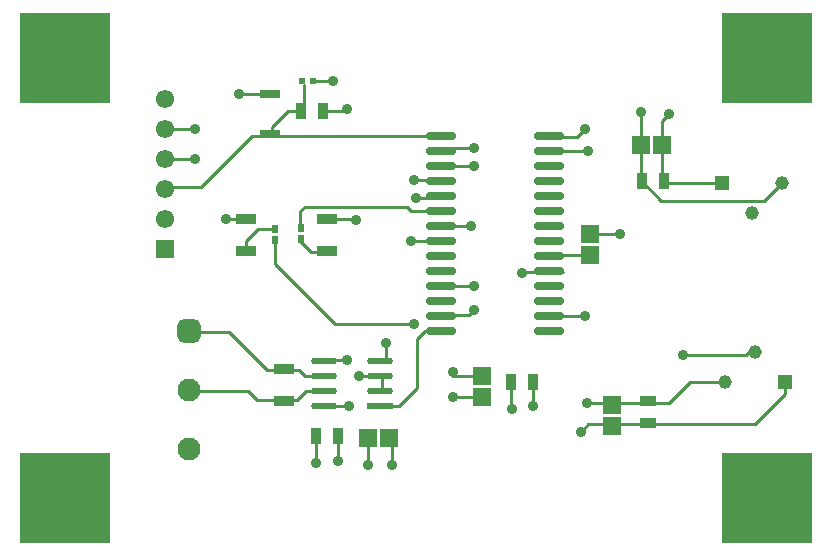
<source format=gtl>
G04*
G04 #@! TF.GenerationSoftware,Altium Limited,Altium Designer,24.9.1 (31)*
G04*
G04 Layer_Physical_Order=1*
G04 Layer_Color=255*
%FSLAX44Y44*%
%MOMM*%
G71*
G04*
G04 #@! TF.SameCoordinates,75EA1287-3778-4008-B1FA-0AB461243C17*
G04*
G04*
G04 #@! TF.FilePolarity,Positive*
G04*
G01*
G75*
%ADD16R,0.9500X1.4000*%
%ADD17R,1.5562X1.5046*%
%ADD18R,1.5046X1.5562*%
%ADD19O,2.6000X0.7000*%
G04:AMPARAMS|DCode=20|XSize=2.1692mm|YSize=0.5821mm|CornerRadius=0.2911mm|HoleSize=0mm|Usage=FLASHONLY|Rotation=180.000|XOffset=0mm|YOffset=0mm|HoleType=Round|Shape=RoundedRectangle|*
%AMROUNDEDRECTD20*
21,1,2.1692,0.0000,0,0,180.0*
21,1,1.5870,0.5821,0,0,180.0*
1,1,0.5821,-0.7935,0.0000*
1,1,0.5821,0.7935,0.0000*
1,1,0.5821,0.7935,0.0000*
1,1,0.5821,-0.7935,0.0000*
%
%ADD20ROUNDEDRECTD20*%
%ADD21R,2.1692X0.5821*%
%ADD22R,0.5000X0.7000*%
%ADD23R,0.5654X0.5725*%
%ADD24R,1.7000X0.8000*%
%ADD25R,1.7000X0.9500*%
%ADD26R,1.4000X0.9500*%
%ADD34C,1.1500*%
%ADD35R,1.1500X1.1500*%
%ADD36C,0.2540*%
%ADD37R,7.6200X7.6200*%
%ADD38C,1.9500*%
G04:AMPARAMS|DCode=39|XSize=1.95mm|YSize=1.95mm|CornerRadius=0.4875mm|HoleSize=0mm|Usage=FLASHONLY|Rotation=270.000|XOffset=0mm|YOffset=0mm|HoleType=Round|Shape=RoundedRectangle|*
%AMROUNDEDRECTD39*
21,1,1.9500,0.9750,0,0,270.0*
21,1,0.9750,1.9500,0,0,270.0*
1,1,0.9750,-0.4875,-0.4875*
1,1,0.9750,-0.4875,0.4875*
1,1,0.9750,0.4875,0.4875*
1,1,0.9750,0.4875,-0.4875*
%
%ADD39ROUNDEDRECTD39*%
%ADD40R,1.5500X1.5500*%
%ADD41C,1.5500*%
%ADD42C,0.8890*%
D16*
X809900Y482600D02*
D03*
X828400D02*
D03*
X920390Y652780D02*
D03*
X938890D02*
D03*
X663300Y436880D02*
D03*
X644800D02*
D03*
X650600Y712470D02*
D03*
X632100D02*
D03*
D17*
X784860Y469782D02*
D03*
Y487798D02*
D03*
X876300Y608448D02*
D03*
Y590432D02*
D03*
X895350Y463668D02*
D03*
Y445652D02*
D03*
D18*
X919362Y683260D02*
D03*
X937378D02*
D03*
X688222Y435610D02*
D03*
X706238D02*
D03*
D19*
X842010Y525780D02*
D03*
Y538480D02*
D03*
Y551180D02*
D03*
Y563880D02*
D03*
Y576580D02*
D03*
Y589280D02*
D03*
Y601980D02*
D03*
Y614680D02*
D03*
Y627380D02*
D03*
Y640080D02*
D03*
Y652780D02*
D03*
Y665480D02*
D03*
Y678180D02*
D03*
Y690880D02*
D03*
X750010Y525780D02*
D03*
Y538480D02*
D03*
Y551180D02*
D03*
Y563880D02*
D03*
Y576580D02*
D03*
Y589280D02*
D03*
Y601980D02*
D03*
Y614680D02*
D03*
Y627380D02*
D03*
Y640080D02*
D03*
Y652780D02*
D03*
Y665480D02*
D03*
Y678180D02*
D03*
Y690880D02*
D03*
D20*
X651228Y462280D02*
D03*
Y474980D02*
D03*
Y487680D02*
D03*
Y500380D02*
D03*
X698500D02*
D03*
Y487680D02*
D03*
Y474980D02*
D03*
D21*
Y462280D02*
D03*
D22*
X631600Y612830D02*
D03*
Y603830D02*
D03*
X609600Y603140D02*
D03*
Y612140D02*
D03*
D23*
X633004Y737870D02*
D03*
X642076D02*
D03*
D24*
X605790Y692930D02*
D03*
Y726930D02*
D03*
D25*
X617220Y493810D02*
D03*
Y466310D02*
D03*
X585470Y593310D02*
D03*
Y620810D02*
D03*
X654050Y593310D02*
D03*
Y620810D02*
D03*
D26*
X925830Y466450D02*
D03*
Y447950D02*
D03*
D34*
X1016000Y508000D02*
D03*
X990600Y482600D02*
D03*
X1013460Y626110D02*
D03*
X1038860Y651510D02*
D03*
D35*
X1041400Y482600D02*
D03*
X988060Y651510D02*
D03*
D36*
X925830Y447040D02*
X1016000D01*
X868680Y440690D02*
X875030Y447040D01*
X925830D01*
X1016000D02*
X1041400Y472440D01*
Y482600D01*
X873760Y464820D02*
X943610D01*
X961390Y482600D01*
X990600D01*
X937378Y654292D02*
Y703698D01*
X943610Y709930D01*
X940160Y651510D02*
X988060D01*
X937378Y654292D02*
X940160Y651510D01*
X919362Y683260D02*
Y711200D01*
Y653808D02*
Y683260D01*
X920390Y652780D02*
X936900Y636270D01*
X919362Y653808D02*
X920390Y652780D01*
X819640Y575800D02*
X853440D01*
X828040Y462280D02*
Y485920D01*
X579120Y726440D02*
X606570D01*
X648970Y501160D02*
X670070D01*
X1023620Y636270D02*
X1038860Y651510D01*
X936900Y636270D02*
X1023620D01*
X876300Y608448D02*
X890687D01*
X890860Y608275D02*
X901645D01*
X901700Y608330D01*
X890687Y608448D02*
X890860Y608275D01*
X843162Y590432D02*
X876300D01*
X750010Y601980D02*
X753110D01*
X725170D02*
X750010D01*
X758190Y490220D02*
X760612Y487798D01*
X784860D01*
X760730Y469900D02*
X783100D01*
X783590Y470390D01*
X809770Y460230D02*
Y486410D01*
Y460230D02*
X810260Y459740D01*
X746760Y680720D02*
X778510D01*
X750010Y665480D02*
X778510D01*
X842010Y538480D02*
X872490D01*
X846797Y690027D02*
X865287D01*
X872490Y697230D01*
X708660Y412750D02*
Y433070D01*
X688222Y412868D02*
Y435610D01*
X663300Y415650D02*
Y436880D01*
X644800Y414380D02*
Y436880D01*
X654050Y620810D02*
X677130D01*
X678180Y619760D01*
X819150Y575310D02*
X819640Y575800D01*
X753110Y563880D02*
X779780D01*
X845110Y678180D02*
X875030D01*
X516890Y671830D02*
X542290D01*
X590550Y690880D02*
X754100D01*
X650600Y712470D02*
X667572D01*
X668842Y713740D02*
X670560D01*
X667572Y712470D02*
X668842Y713740D01*
X642076Y737870D02*
X659130D01*
X516890Y697230D02*
X542290D01*
X547370Y647700D02*
X590550Y690880D01*
X515620Y646430D02*
X516890Y647700D01*
X547370D01*
X607060Y692930D02*
Y698500D01*
X621030Y712470D01*
X628650D01*
X634274Y718094D01*
Y734060D01*
X585470Y593310D02*
Y601980D01*
X595630Y612140D01*
X609600D01*
Y582930D02*
Y603140D01*
X631190Y614100D02*
Y627380D01*
X635000Y631190D01*
X721360D01*
X725170Y627380D01*
X754100D01*
X656590Y593310D02*
X656810Y593090D01*
X631190Y601980D02*
Y605100D01*
Y601980D02*
X640080Y593090D01*
X656370D01*
X567910Y620810D02*
X585470D01*
X660400Y532130D02*
X727710D01*
X609600Y582930D02*
X660400Y532130D01*
X736600Y525780D02*
X754380D01*
X700546Y462280D02*
X715010D01*
X700546Y474980D02*
Y487680D01*
X680720D02*
X700546D01*
X730250Y477520D02*
Y519430D01*
X736600Y525780D01*
X715010Y462280D02*
X730250Y477520D01*
X703580Y501896D02*
Y515620D01*
X702064Y500380D02*
X703580Y501896D01*
X700546Y500380D02*
X702064D01*
X778147Y543560D02*
X778510D01*
X745490Y539260D02*
X773847D01*
X778147Y543560D01*
X541100Y524982D02*
X571028D01*
X603250Y492760D01*
X629920D01*
X635000Y487680D01*
X656590D01*
X541100Y474982D02*
X586738D01*
X594360Y467360D01*
X628650D01*
X636270Y474980D01*
X653274D01*
X670070Y501160D02*
X670560Y501650D01*
X650730Y462280D02*
X671830D01*
X727710Y654050D02*
X753110D01*
X728980Y638810D02*
X753110D01*
X754380Y614680D02*
X775970D01*
X955040Y505460D02*
X1008495D01*
X1011035Y508000D01*
X1013460D01*
D37*
X431800Y756920D02*
D03*
X431800Y384810D02*
D03*
X1026160Y756920D02*
D03*
X1026160Y384810D02*
D03*
D38*
X537130Y426248D02*
D03*
Y476247D02*
D03*
D39*
Y526247D02*
D03*
D40*
X516890Y595630D02*
D03*
D41*
Y621030D02*
D03*
Y646430D02*
D03*
Y671830D02*
D03*
Y697230D02*
D03*
Y722630D02*
D03*
D42*
X760730Y491490D02*
D03*
X868680Y440690D02*
D03*
X873760Y464820D02*
D03*
X943610Y709930D02*
D03*
X919480Y711200D02*
D03*
X901700Y608330D02*
D03*
X760730Y469900D02*
D03*
X810260Y459740D02*
D03*
X778510Y680720D02*
D03*
X708660Y412750D02*
D03*
X688222Y412868D02*
D03*
X663300Y415650D02*
D03*
X644800Y414380D02*
D03*
X778510Y563880D02*
D03*
X678180Y619760D02*
D03*
X819150Y575310D02*
D03*
X778510Y665480D02*
D03*
X567910Y620810D02*
D03*
X725170Y601980D02*
D03*
X875030Y678180D02*
D03*
X872490Y697230D02*
D03*
X542290Y671830D02*
D03*
X670560Y713740D02*
D03*
X659130Y737870D02*
D03*
X542290Y697230D02*
D03*
X872490Y538480D02*
D03*
X680720Y487680D02*
D03*
X775970Y614680D02*
D03*
X727710Y532130D02*
D03*
X703580Y515620D02*
D03*
X778510Y543560D02*
D03*
X828040Y462280D02*
D03*
X670560Y501650D02*
D03*
X672320Y462770D02*
D03*
X727710Y654050D02*
D03*
X728980Y638810D02*
D03*
X579120Y726440D02*
D03*
X955040Y505460D02*
D03*
M02*

</source>
